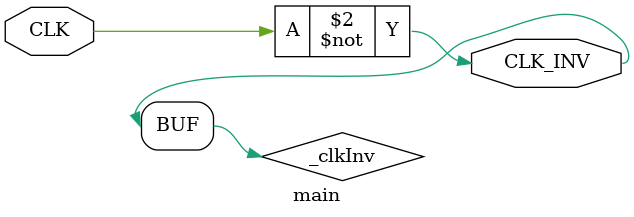
<source format=v>

module main(input CLK, output CLK_INV);

   reg _clkInv = 0; 

   always @*
   begin    
      _clkInv = ~CLK;
   end 

   assign CLK_INV = _clkInv; 

endmodule 

</source>
